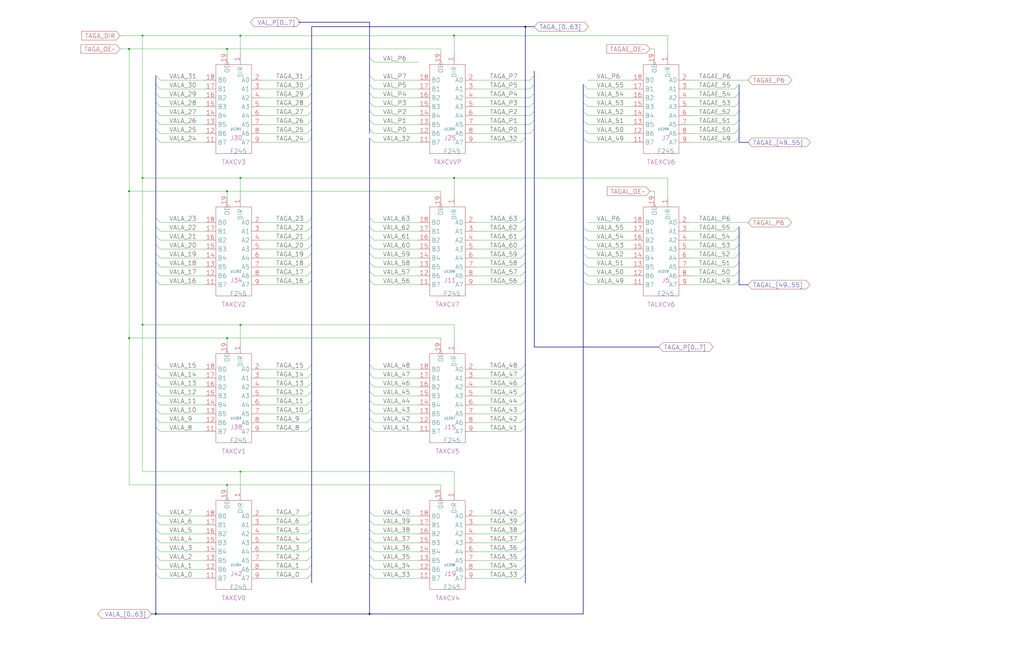
<source format=kicad_sch>
(kicad_sch (version 20250114) (generator "eeschema") (generator_version "9.0")
  (paper "User" 584.2 378.46)
  (title_block (title "TAG A RAMS\\nTRANCEIVERS") (date "08-MAR-90") (rev "0.0") (comment 1 "MEM32 BOARD") (comment 2 "232-003066") (comment 3 "S400") (comment 4 "RELEASED"))
  (lib_symbols
    (symbol "r1000:F245" (pin_names (offset 1.016))
      (property "Reference" "U" (at 2.54 5.08 0))
      (property "Value" "F245" (at -3.81 -7.62 0))
      (property "Location" "___" (at -1.27 0 0))
      (property "Name" "______" (at 3.81 -15.24 0))
      (symbol "F245_1_1"
        (rectangle (start -6.35 41.91) (end 13.97 -8.89))
        (circle (center 7.62 42.545) (radius 0.635))
        (pin bidirectional line (at -12.7 33.02 0) (length 6.35) (name "A0") (number "2"))
        (pin bidirectional line (at -12.7 27.94 0) (length 6.35) (name "A1") (number "3"))
        (pin bidirectional line (at -12.7 22.86 0) (length 6.35) (name "A2") (number "4"))
        (pin bidirectional line (at -12.7 17.78 0) (length 6.35) (name "A3") (number "5"))
        (pin bidirectional line (at -12.7 12.7 0) (length 6.35) (name "A4") (number "6"))
        (pin bidirectional line (at -12.7 7.62 0) (length 6.35) (name "A5") (number "7"))
        (pin bidirectional line (at -12.7 2.54 0) (length 6.35) (name "A6") (number "8"))
        (pin bidirectional line (at -12.7 -2.54 0) (length 6.35) (name "A7") (number "9"))
        (pin input line (at 0 48.26 270) (length 6.35) (name "DIR") (number "1"))
        (pin input line (at 7.62 48.26 270) (length 5.08) (name "OE") (number "19"))
        (pin bidirectional line (at 20.32 33.02 180) (length 6.35) (name "B0") (number "18"))
        (pin bidirectional line (at 20.32 27.94 180) (length 6.35) (name "B1") (number "17"))
        (pin bidirectional line (at 20.32 22.86 180) (length 6.35) (name "B2") (number "16"))
        (pin bidirectional line (at 20.32 17.78 180) (length 6.35) (name "B3") (number "15"))
        (pin bidirectional line (at 20.32 12.7 180) (length 6.35) (name "B4") (number "14"))
        (pin bidirectional line (at 20.32 7.62 180) (length 6.35) (name "B5") (number "13"))
        (pin bidirectional line (at 20.32 2.54 180) (length 6.35) (name "B6") (number "12"))
        (pin bidirectional line (at 20.32 -2.54 180) (length 6.35) (name "B7") (number "11"))
      )
    )
  )
  (junction (at 129.54 109.22))
  (junction (at 73.66 27.94))
  (junction (at 129.54 193.04))
  (junction (at 137.16 101.6))
  (junction (at 73.66 193.04))
  (junction (at 137.16 20.32))
  (junction (at 129.54 27.94))
  (junction (at 81.28 20.32))
  (junction (at 137.16 269.24))
  (junction (at 88.9 350.52))
  (junction (at 259.08 20.32))
  (junction (at 81.28 101.6))
  (junction (at 259.08 101.6))
  (junction (at 299.72 15.24))
  (junction (at 210.82 350.52))
  (junction (at 137.16 185.42))
  (junction (at 129.54 276.86))
  (junction (at 81.28 185.42))
  (junction (at 73.66 109.22))
  (bus_entry (at 210.82 160.02) (size 2.54 2.54))
  (bus_entry (at 88.9 139.7) (size 2.54 2.54))
  (bus_entry (at 88.9 53.34) (size 2.54 2.54))
  (bus_entry (at 332.74 63.5) (size 2.54 2.54))
  (bus_entry (at 88.9 218.44) (size 2.54 2.54))
  (bus_entry (at 299.72 144.78) (size -2.54 2.54))
  (bus_entry (at 304.8 53.34) (size -2.54 2.54))
  (bus_entry (at 332.74 149.86) (size 2.54 2.54))
  (bus_entry (at 299.72 233.68) (size -2.54 2.54))
  (bus_entry (at 88.9 292.1) (size 2.54 2.54))
  (bus_entry (at 88.9 48.26) (size 2.54 2.54))
  (bus_entry (at 299.72 134.62) (size -2.54 2.54))
  (bus_entry (at 421.64 139.7) (size -2.54 2.54))
  (bus_entry (at 421.64 73.66) (size -2.54 2.54))
  (bus_entry (at 299.72 149.86) (size -2.54 2.54))
  (bus_entry (at 299.72 312.42) (size -2.54 2.54))
  (bus_entry (at 177.8 322.58) (size -2.54 2.54))
  (bus_entry (at 304.8 63.5) (size -2.54 2.54))
  (bus_entry (at 210.82 307.34) (size 2.54 2.54))
  (bus_entry (at 421.64 68.58) (size -2.54 2.54))
  (bus_entry (at 177.8 218.44) (size -2.54 2.54))
  (bus_entry (at 210.82 312.42) (size 2.54 2.54))
  (bus_entry (at 299.72 297.18) (size -2.54 2.54))
  (bus_entry (at 88.9 243.84) (size 2.54 2.54))
  (bus_entry (at 88.9 238.76) (size 2.54 2.54))
  (bus_entry (at 210.82 238.76) (size 2.54 2.54))
  (bus_entry (at 421.64 63.5) (size -2.54 2.54))
  (bus_entry (at 177.8 233.68) (size -2.54 2.54))
  (bus_entry (at 210.82 78.74) (size 2.54 2.54))
  (bus_entry (at 88.9 43.18) (size 2.54 2.54))
  (bus_entry (at 177.8 68.58) (size -2.54 2.54))
  (bus_entry (at 299.72 160.02) (size -2.54 2.54))
  (bus_entry (at 88.9 63.5) (size 2.54 2.54))
  (bus_entry (at 177.8 134.62) (size -2.54 2.54))
  (bus_entry (at 332.74 53.34) (size 2.54 2.54))
  (bus_entry (at 210.82 327.66) (size 2.54 2.54))
  (bus_entry (at 304.8 48.26) (size -2.54 2.54))
  (bus_entry (at 88.9 297.18) (size 2.54 2.54))
  (bus_entry (at 210.82 58.42) (size 2.54 2.54))
  (bus_entry (at 88.9 58.42) (size 2.54 2.54))
  (bus_entry (at 177.8 53.34) (size -2.54 2.54))
  (bus_entry (at 177.8 58.42) (size -2.54 2.54))
  (bus_entry (at 332.74 139.7) (size 2.54 2.54))
  (bus_entry (at 210.82 297.18) (size 2.54 2.54))
  (bus_entry (at 177.8 297.18) (size -2.54 2.54))
  (bus_entry (at 210.82 33.02) (size 2.54 2.54))
  (bus_entry (at 332.74 78.74) (size 2.54 2.54))
  (bus_entry (at 177.8 63.5) (size -2.54 2.54))
  (bus_entry (at 421.64 58.42) (size -2.54 2.54))
  (bus_entry (at 177.8 243.84) (size -2.54 2.54))
  (bus_entry (at 304.8 58.42) (size -2.54 2.54))
  (bus_entry (at 210.82 154.94) (size 2.54 2.54))
  (bus_entry (at 210.82 43.18) (size 2.54 2.54))
  (bus_entry (at 299.72 292.1) (size -2.54 2.54))
  (bus_entry (at 177.8 223.52) (size -2.54 2.54))
  (bus_entry (at 299.72 124.46) (size -2.54 2.54))
  (bus_entry (at 299.72 129.54) (size -2.54 2.54))
  (bus_entry (at 210.82 48.26) (size 2.54 2.54))
  (bus_entry (at 177.8 144.78) (size -2.54 2.54))
  (bus_entry (at 88.9 68.58) (size 2.54 2.54))
  (bus_entry (at 177.8 307.34) (size -2.54 2.54))
  (bus_entry (at 88.9 302.26) (size 2.54 2.54))
  (bus_entry (at 88.9 129.54) (size 2.54 2.54))
  (bus_entry (at 332.74 134.62) (size 2.54 2.54))
  (bus_entry (at 299.72 238.76) (size -2.54 2.54))
  (bus_entry (at 332.74 144.78) (size 2.54 2.54))
  (bus_entry (at 177.8 78.74) (size -2.54 2.54))
  (bus_entry (at 177.8 139.7) (size -2.54 2.54))
  (bus_entry (at 88.9 73.66) (size 2.54 2.54))
  (bus_entry (at 421.64 78.74) (size -2.54 2.54))
  (bus_entry (at 177.8 160.02) (size -2.54 2.54))
  (bus_entry (at 177.8 124.46) (size -2.54 2.54))
  (bus_entry (at 88.9 228.6) (size 2.54 2.54))
  (bus_entry (at 88.9 322.58) (size 2.54 2.54))
  (bus_entry (at 332.74 154.94) (size 2.54 2.54))
  (bus_entry (at 210.82 243.84) (size 2.54 2.54))
  (bus_entry (at 210.82 208.28) (size 2.54 2.54))
  (bus_entry (at 177.8 327.66) (size -2.54 2.54))
  (bus_entry (at 177.8 213.36) (size -2.54 2.54))
  (bus_entry (at 210.82 233.68) (size 2.54 2.54))
  (bus_entry (at 88.9 233.68) (size 2.54 2.54))
  (bus_entry (at 421.64 48.26) (size -2.54 2.54))
  (bus_entry (at 421.64 144.78) (size -2.54 2.54))
  (bus_entry (at 332.74 129.54) (size 2.54 2.54))
  (bus_entry (at 299.72 213.36) (size -2.54 2.54))
  (bus_entry (at 88.9 160.02) (size 2.54 2.54))
  (bus_entry (at 177.8 238.76) (size -2.54 2.54))
  (bus_entry (at 177.8 228.6) (size -2.54 2.54))
  (bus_entry (at 210.82 53.34) (size 2.54 2.54))
  (bus_entry (at 88.9 312.42) (size 2.54 2.54))
  (bus_entry (at 421.64 129.54) (size -2.54 2.54))
  (bus_entry (at 299.72 139.7) (size -2.54 2.54))
  (bus_entry (at 210.82 129.54) (size 2.54 2.54))
  (bus_entry (at 88.9 144.78) (size 2.54 2.54))
  (bus_entry (at 210.82 302.26) (size 2.54 2.54))
  (bus_entry (at 177.8 154.94) (size -2.54 2.54))
  (bus_entry (at 177.8 302.26) (size -2.54 2.54))
  (bus_entry (at 299.72 208.28) (size -2.54 2.54))
  (bus_entry (at 304.8 68.58) (size -2.54 2.54))
  (bus_entry (at 299.72 307.34) (size -2.54 2.54))
  (bus_entry (at 332.74 48.26) (size 2.54 2.54))
  (bus_entry (at 177.8 312.42) (size -2.54 2.54))
  (bus_entry (at 332.74 58.42) (size 2.54 2.54))
  (bus_entry (at 299.72 317.5) (size -2.54 2.54))
  (bus_entry (at 210.82 68.58) (size 2.54 2.54))
  (bus_entry (at 421.64 53.34) (size -2.54 2.54))
  (bus_entry (at 88.9 149.86) (size 2.54 2.54))
  (bus_entry (at 177.8 43.18) (size -2.54 2.54))
  (bus_entry (at 177.8 292.1) (size -2.54 2.54))
  (bus_entry (at 332.74 73.66) (size 2.54 2.54))
  (bus_entry (at 177.8 317.5) (size -2.54 2.54))
  (bus_entry (at 421.64 154.94) (size -2.54 2.54))
  (bus_entry (at 299.72 243.84) (size -2.54 2.54))
  (bus_entry (at 177.8 208.28) (size -2.54 2.54))
  (bus_entry (at 210.82 317.5) (size 2.54 2.54))
  (bus_entry (at 421.64 160.02) (size -2.54 2.54))
  (bus_entry (at 210.82 292.1) (size 2.54 2.54))
  (bus_entry (at 299.72 218.44) (size -2.54 2.54))
  (bus_entry (at 210.82 149.86) (size 2.54 2.54))
  (bus_entry (at 88.9 327.66) (size 2.54 2.54))
  (bus_entry (at 210.82 139.7) (size 2.54 2.54))
  (bus_entry (at 88.9 154.94) (size 2.54 2.54))
  (bus_entry (at 299.72 228.6) (size -2.54 2.54))
  (bus_entry (at 421.64 149.86) (size -2.54 2.54))
  (bus_entry (at 88.9 317.5) (size 2.54 2.54))
  (bus_entry (at 210.82 228.6) (size 2.54 2.54))
  (bus_entry (at 421.64 134.62) (size -2.54 2.54))
  (bus_entry (at 332.74 68.58) (size 2.54 2.54))
  (bus_entry (at 299.72 223.52) (size -2.54 2.54))
  (bus_entry (at 304.8 73.66) (size -2.54 2.54))
  (bus_entry (at 177.8 73.66) (size -2.54 2.54))
  (bus_entry (at 299.72 322.58) (size -2.54 2.54))
  (bus_entry (at 210.82 218.44) (size 2.54 2.54))
  (bus_entry (at 88.9 213.36) (size 2.54 2.54))
  (bus_entry (at 210.82 322.58) (size 2.54 2.54))
  (bus_entry (at 210.82 134.62) (size 2.54 2.54))
  (bus_entry (at 177.8 149.86) (size -2.54 2.54))
  (bus_entry (at 210.82 223.52) (size 2.54 2.54))
  (bus_entry (at 88.9 78.74) (size 2.54 2.54))
  (bus_entry (at 210.82 144.78) (size 2.54 2.54))
  (bus_entry (at 332.74 160.02) (size 2.54 2.54))
  (bus_entry (at 304.8 43.18) (size -2.54 2.54))
  (bus_entry (at 210.82 124.46) (size 2.54 2.54))
  (bus_entry (at 299.72 302.26) (size -2.54 2.54))
  (bus_entry (at 299.72 327.66) (size -2.54 2.54))
  (bus_entry (at 210.82 73.66) (size 2.54 2.54))
  (bus_entry (at 210.82 213.36) (size 2.54 2.54))
  (bus_entry (at 88.9 208.28) (size 2.54 2.54))
  (bus_entry (at 88.9 124.46) (size 2.54 2.54))
  (bus_entry (at 210.82 63.5) (size 2.54 2.54))
  (bus_entry (at 88.9 223.52) (size 2.54 2.54))
  (bus_entry (at 177.8 129.54) (size -2.54 2.54))
  (bus_entry (at 299.72 78.74) (size -2.54 2.54))
  (bus_entry (at 299.72 154.94) (size -2.54 2.54))
  (bus_entry (at 177.8 48.26) (size -2.54 2.54))
  (bus_entry (at 88.9 134.62) (size 2.54 2.54))
  (bus_entry (at 88.9 307.34) (size 2.54 2.54))
  (wire (pts (xy 149.86 231.14) (xy 175.26 231.14)))
  (wire (pts (xy 149.86 76.2) (xy 175.26 76.2)))
  (bus (pts (xy 210.82 327.66) (xy 210.82 350.52)))
  (wire (pts (xy 73.66 193.04) (xy 129.54 193.04)))
  (wire (pts (xy 393.7 132.08) (xy 419.1 132.08)))
  (bus (pts (xy 177.8 154.94) (xy 177.8 160.02)))
  (wire (pts (xy 335.28 127) (xy 360.68 127)))
  (bus (pts (xy 332.74 78.74) (xy 332.74 129.54)))
  (bus (pts (xy 88.9 43.18) (xy 88.9 48.26)))
  (wire (pts (xy 91.44 71.12) (xy 116.84 71.12)))
  (wire (pts (xy 213.36 220.98) (xy 238.76 220.98)))
  (wire (pts (xy 81.28 185.42) (xy 81.28 269.24)))
  (wire (pts (xy 213.36 309.88) (xy 238.76 309.88)))
  (wire (pts (xy 91.44 152.4) (xy 116.84 152.4)))
  (wire (pts (xy 91.44 132.08) (xy 116.84 132.08)))
  (wire (pts (xy 149.86 66.04) (xy 175.26 66.04)))
  (bus (pts (xy 177.8 68.58) (xy 177.8 73.66)))
  (wire (pts (xy 271.78 157.48) (xy 297.18 157.48)))
  (bus (pts (xy 299.72 243.84) (xy 299.72 292.1)))
  (wire (pts (xy 393.7 45.72) (xy 426.72 45.72)))
  (bus (pts (xy 421.64 63.5) (xy 421.64 68.58)))
  (bus (pts (xy 177.8 124.46) (xy 177.8 129.54)))
  (wire (pts (xy 393.7 81.28) (xy 419.1 81.28)))
  (wire (pts (xy 149.86 162.56) (xy 175.26 162.56)))
  (bus (pts (xy 210.82 312.42) (xy 210.82 317.5)))
  (bus (pts (xy 177.8 208.28) (xy 177.8 213.36)))
  (wire (pts (xy 137.16 20.32) (xy 137.16 30.48)))
  (bus (pts (xy 88.9 53.34) (xy 88.9 58.42)))
  (wire (pts (xy 271.78 76.2) (xy 302.26 76.2)))
  (wire (pts (xy 271.78 55.88) (xy 302.26 55.88)))
  (bus (pts (xy 210.82 73.66) (xy 210.82 76.2)))
  (bus (pts (xy 177.8 228.6) (xy 177.8 233.68)))
  (bus (pts (xy 177.8 58.42) (xy 177.8 63.5)))
  (bus (pts (xy 421.64 78.74) (xy 421.64 81.28)))
  (wire (pts (xy 370.84 109.22) (xy 373.38 109.22)))
  (wire (pts (xy 137.16 269.24) (xy 259.08 269.24)))
  (wire (pts (xy 149.86 55.88) (xy 175.26 55.88)))
  (wire (pts (xy 129.54 109.22) (xy 129.54 111.76)))
  (bus (pts (xy 88.9 63.5) (xy 88.9 68.58)))
  (wire (pts (xy 271.78 142.24) (xy 297.18 142.24)))
  (wire (pts (xy 213.36 55.88) (xy 238.76 55.88)))
  (bus (pts (xy 421.64 129.54) (xy 421.64 134.62)))
  (bus (pts (xy 299.72 233.68) (xy 299.72 238.76)))
  (wire (pts (xy 149.86 127) (xy 175.26 127)))
  (bus (pts (xy 88.9 154.94) (xy 88.9 160.02)))
  (bus (pts (xy 299.72 208.28) (xy 299.72 213.36)))
  (bus (pts (xy 210.82 129.54) (xy 210.82 134.62)))
  (wire (pts (xy 271.78 81.28) (xy 297.18 81.28)))
  (wire (pts (xy 373.38 27.94) (xy 373.38 30.48)))
  (bus (pts (xy 210.82 149.86) (xy 210.82 154.94)))
  (bus (pts (xy 86.36 350.52) (xy 88.9 350.52)))
  (wire (pts (xy 149.86 215.9) (xy 175.26 215.9)))
  (wire (pts (xy 81.28 101.6) (xy 81.28 185.42)))
  (bus (pts (xy 299.72 218.44) (xy 299.72 223.52)))
  (bus (pts (xy 299.72 154.94) (xy 299.72 160.02)))
  (bus (pts (xy 88.9 297.18) (xy 88.9 302.26)))
  (bus (pts (xy 304.8 58.42) (xy 304.8 63.5)))
  (bus (pts (xy 421.64 73.66) (xy 421.64 78.74)))
  (bus (pts (xy 299.72 292.1) (xy 299.72 297.18)))
  (bus (pts (xy 299.72 160.02) (xy 299.72 208.28)))
  (bus (pts (xy 177.8 312.42) (xy 177.8 317.5)))
  (bus (pts (xy 299.72 15.24) (xy 304.8 15.24)))
  (wire (pts (xy 213.36 142.24) (xy 238.76 142.24)))
  (bus (pts (xy 177.8 15.24) (xy 299.72 15.24)))
  (bus (pts (xy 88.9 68.58) (xy 88.9 73.66)))
  (wire (pts (xy 335.28 137.16) (xy 360.68 137.16)))
  (bus (pts (xy 299.72 307.34) (xy 299.72 312.42)))
  (bus (pts (xy 299.72 129.54) (xy 299.72 134.62)))
  (bus (pts (xy 299.72 144.78) (xy 299.72 149.86)))
  (wire (pts (xy 271.78 231.14) (xy 297.18 231.14)))
  (wire (pts (xy 91.44 137.16) (xy 116.84 137.16)))
  (wire (pts (xy 91.44 304.8) (xy 116.84 304.8)))
  (wire (pts (xy 73.66 276.86) (xy 73.66 193.04)))
  (bus (pts (xy 332.74 53.34) (xy 332.74 58.42)))
  (bus (pts (xy 210.82 317.5) (xy 210.82 322.58)))
  (bus (pts (xy 210.82 139.7) (xy 210.82 144.78)))
  (bus (pts (xy 177.8 223.52) (xy 177.8 228.6)))
  (bus (pts (xy 299.72 238.76) (xy 299.72 243.84)))
  (bus (pts (xy 210.82 292.1) (xy 210.82 297.18)))
  (wire (pts (xy 393.7 60.96) (xy 419.1 60.96)))
  (wire (pts (xy 259.08 101.6) (xy 259.08 111.76)))
  (wire (pts (xy 91.44 299.72) (xy 116.84 299.72)))
  (bus (pts (xy 304.8 68.58) (xy 304.8 73.66)))
  (bus (pts (xy 299.72 317.5) (xy 299.72 322.58)))
  (bus (pts (xy 88.9 228.6) (xy 88.9 233.68)))
  (wire (pts (xy 393.7 152.4) (xy 419.1 152.4)))
  (bus (pts (xy 177.8 218.44) (xy 177.8 223.52)))
  (wire (pts (xy 149.86 220.98) (xy 175.26 220.98)))
  (wire (pts (xy 213.36 215.9) (xy 238.76 215.9)))
  (wire (pts (xy 149.86 147.32) (xy 175.26 147.32)))
  (bus (pts (xy 332.74 160.02) (xy 332.74 350.52)))
  (wire (pts (xy 393.7 127) (xy 426.72 127)))
  (wire (pts (xy 335.28 162.56) (xy 360.68 162.56)))
  (bus (pts (xy 210.82 33.02) (xy 210.82 43.18)))
  (wire (pts (xy 271.78 299.72) (xy 297.18 299.72)))
  (wire (pts (xy 91.44 215.9) (xy 116.84 215.9)))
  (bus (pts (xy 177.8 78.74) (xy 177.8 124.46)))
  (wire (pts (xy 213.36 127) (xy 238.76 127)))
  (wire (pts (xy 149.86 314.96) (xy 175.26 314.96)))
  (wire (pts (xy 393.7 71.12) (xy 419.1 71.12)))
  (bus (pts (xy 210.82 124.46) (xy 210.82 129.54)))
  (wire (pts (xy 259.08 269.24) (xy 259.08 279.4)))
  (wire (pts (xy 213.36 236.22) (xy 238.76 236.22)))
  (wire (pts (xy 213.36 81.28) (xy 238.76 81.28)))
  (wire (pts (xy 213.36 246.38) (xy 238.76 246.38)))
  (wire (pts (xy 271.78 162.56) (xy 297.18 162.56)))
  (bus (pts (xy 210.82 68.58) (xy 210.82 73.66)))
  (bus (pts (xy 177.8 129.54) (xy 177.8 134.62)))
  (wire (pts (xy 271.78 330.2) (xy 297.18 330.2)))
  (bus (pts (xy 299.72 327.66) (xy 299.72 332.74)))
  (wire (pts (xy 271.78 137.16) (xy 297.18 137.16)))
  (bus (pts (xy 421.64 154.94) (xy 421.64 160.02)))
  (bus (pts (xy 210.82 243.84) (xy 210.82 292.1)))
  (wire (pts (xy 149.86 132.08) (xy 175.26 132.08)))
  (bus (pts (xy 421.64 139.7) (xy 421.64 144.78)))
  (bus (pts (xy 88.9 223.52) (xy 88.9 228.6)))
  (wire (pts (xy 259.08 185.42) (xy 259.08 195.58)))
  (bus (pts (xy 88.9 238.76) (xy 88.9 243.84)))
  (bus (pts (xy 332.74 149.86) (xy 332.74 154.94)))
  (wire (pts (xy 381 101.6) (xy 381 111.76)))
  (wire (pts (xy 149.86 299.72) (xy 175.26 299.72)))
  (wire (pts (xy 335.28 76.2) (xy 360.68 76.2)))
  (wire (pts (xy 73.66 27.94) (xy 129.54 27.94)))
  (bus (pts (xy 304.8 43.18) (xy 304.8 48.26)))
  (wire (pts (xy 91.44 55.88) (xy 116.84 55.88)))
  (bus (pts (xy 88.9 48.26) (xy 88.9 53.34)))
  (wire (pts (xy 259.08 20.32) (xy 137.16 20.32)))
  (wire (pts (xy 393.7 162.56) (xy 419.1 162.56)))
  (wire (pts (xy 271.78 152.4) (xy 297.18 152.4)))
  (bus (pts (xy 332.74 73.66) (xy 332.74 78.74)))
  (wire (pts (xy 271.78 132.08) (xy 297.18 132.08)))
  (bus (pts (xy 210.82 160.02) (xy 210.82 208.28)))
  (bus (pts (xy 421.64 162.56) (xy 426.72 162.56)))
  (wire (pts (xy 91.44 60.96) (xy 116.84 60.96)))
  (wire (pts (xy 91.44 226.06) (xy 116.84 226.06)))
  (bus (pts (xy 299.72 15.24) (xy 299.72 78.74)))
  (bus (pts (xy 299.72 213.36) (xy 299.72 218.44)))
  (wire (pts (xy 81.28 20.32) (xy 81.28 101.6)))
  (wire (pts (xy 149.86 45.72) (xy 175.26 45.72)))
  (wire (pts (xy 91.44 330.2) (xy 116.84 330.2)))
  (bus (pts (xy 170.18 12.7) (xy 210.82 12.7)))
  (bus (pts (xy 88.9 327.66) (xy 88.9 350.52)))
  (bus (pts (xy 88.9 218.44) (xy 88.9 223.52)))
  (bus (pts (xy 177.8 48.26) (xy 177.8 53.34)))
  (wire (pts (xy 149.86 137.16) (xy 175.26 137.16)))
  (wire (pts (xy 149.86 241.3) (xy 175.26 241.3)))
  (bus (pts (xy 88.9 312.42) (xy 88.9 317.5)))
  (wire (pts (xy 149.86 294.64) (xy 175.26 294.64)))
  (wire (pts (xy 149.86 71.12) (xy 175.26 71.12)))
  (bus (pts (xy 177.8 134.62) (xy 177.8 139.7)))
  (wire (pts (xy 370.84 27.94) (xy 373.38 27.94)))
  (bus (pts (xy 299.72 139.7) (xy 299.72 144.78)))
  (wire (pts (xy 91.44 45.72) (xy 116.84 45.72)))
  (wire (pts (xy 271.78 66.04) (xy 302.26 66.04)))
  (bus (pts (xy 177.8 149.86) (xy 177.8 154.94)))
  (bus (pts (xy 210.82 58.42) (xy 210.82 63.5)))
  (wire (pts (xy 259.08 101.6) (xy 137.16 101.6)))
  (wire (pts (xy 91.44 314.96) (xy 116.84 314.96)))
  (bus (pts (xy 210.82 213.36) (xy 210.82 218.44)))
  (bus (pts (xy 210.82 53.34) (xy 210.82 58.42)))
  (wire (pts (xy 129.54 193.04) (xy 129.54 195.58)))
  (wire (pts (xy 129.54 109.22) (xy 251.46 109.22)))
  (bus (pts (xy 304.8 53.34) (xy 304.8 58.42)))
  (wire (pts (xy 335.28 157.48) (xy 360.68 157.48)))
  (bus (pts (xy 88.9 213.36) (xy 88.9 218.44)))
  (wire (pts (xy 271.78 314.96) (xy 297.18 314.96)))
  (wire (pts (xy 91.44 320.04) (xy 116.84 320.04)))
  (wire (pts (xy 271.78 215.9) (xy 297.18 215.9)))
  (wire (pts (xy 213.36 162.56) (xy 238.76 162.56)))
  (bus (pts (xy 210.82 228.6) (xy 210.82 233.68)))
  (wire (pts (xy 271.78 226.06) (xy 297.18 226.06)))
  (bus (pts (xy 177.8 317.5) (xy 177.8 322.58)))
  (bus (pts (xy 210.82 297.18) (xy 210.82 302.26)))
  (wire (pts (xy 213.36 66.04) (xy 238.76 66.04)))
  (bus (pts (xy 88.9 149.86) (xy 88.9 154.94)))
  (wire (pts (xy 149.86 142.24) (xy 175.26 142.24)))
  (wire (pts (xy 213.36 60.96) (xy 238.76 60.96)))
  (bus (pts (xy 299.72 297.18) (xy 299.72 302.26)))
  (wire (pts (xy 73.66 109.22) (xy 73.66 27.94)))
  (wire (pts (xy 251.46 276.86) (xy 251.46 279.4)))
  (wire (pts (xy 213.36 152.4) (xy 238.76 152.4)))
  (wire (pts (xy 271.78 309.88) (xy 297.18 309.88)))
  (bus (pts (xy 210.82 43.18) (xy 210.82 48.26)))
  (wire (pts (xy 149.86 50.8) (xy 175.26 50.8)))
  (wire (pts (xy 213.36 35.56) (xy 238.76 35.56)))
  (wire (pts (xy 91.44 66.04) (xy 116.84 66.04)))
  (bus (pts (xy 177.8 73.66) (xy 177.8 78.74)))
  (bus (pts (xy 332.74 144.78) (xy 332.74 149.86)))
  (bus (pts (xy 88.9 73.66) (xy 88.9 78.74)))
  (wire (pts (xy 137.16 269.24) (xy 137.16 279.4)))
  (wire (pts (xy 68.58 20.32) (xy 81.28 20.32)))
  (wire (pts (xy 149.86 330.2) (xy 175.26 330.2)))
  (bus (pts (xy 177.8 160.02) (xy 177.8 208.28)))
  (wire (pts (xy 213.36 294.64) (xy 238.76 294.64)))
  (wire (pts (xy 129.54 276.86) (xy 129.54 279.4)))
  (bus (pts (xy 299.72 223.52) (xy 299.72 228.6)))
  (wire (pts (xy 335.28 50.8) (xy 360.68 50.8)))
  (wire (pts (xy 271.78 220.98) (xy 297.18 220.98)))
  (wire (pts (xy 213.36 226.06) (xy 238.76 226.06)))
  (wire (pts (xy 73.66 109.22) (xy 129.54 109.22)))
  (wire (pts (xy 149.86 60.96) (xy 175.26 60.96)))
  (wire (pts (xy 149.86 304.8) (xy 175.26 304.8)))
  (wire (pts (xy 213.36 314.96) (xy 238.76 314.96)))
  (wire (pts (xy 91.44 325.12) (xy 116.84 325.12)))
  (wire (pts (xy 81.28 269.24) (xy 137.16 269.24)))
  (bus (pts (xy 177.8 238.76) (xy 177.8 243.84)))
  (wire (pts (xy 81.28 185.42) (xy 137.16 185.42)))
  (bus (pts (xy 177.8 292.1) (xy 177.8 297.18)))
  (wire (pts (xy 149.86 81.28) (xy 175.26 81.28)))
  (wire (pts (xy 393.7 50.8) (xy 419.1 50.8)))
  (bus (pts (xy 88.9 322.58) (xy 88.9 327.66)))
  (wire (pts (xy 393.7 66.04) (xy 419.1 66.04)))
  (bus (pts (xy 210.82 302.26) (xy 210.82 307.34)))
  (bus (pts (xy 177.8 243.84) (xy 177.8 292.1)))
  (wire (pts (xy 137.16 101.6) (xy 81.28 101.6)))
  (wire (pts (xy 393.7 142.24) (xy 419.1 142.24)))
  (wire (pts (xy 335.28 142.24) (xy 360.68 142.24)))
  (bus (pts (xy 210.82 154.94) (xy 210.82 160.02)))
  (wire (pts (xy 129.54 27.94) (xy 251.46 27.94)))
  (wire (pts (xy 213.36 157.48) (xy 238.76 157.48)))
  (wire (pts (xy 129.54 193.04) (xy 251.46 193.04)))
  (bus (pts (xy 332.74 154.94) (xy 332.74 160.02)))
  (bus (pts (xy 88.9 58.42) (xy 88.9 63.5)))
  (wire (pts (xy 149.86 157.48) (xy 175.26 157.48)))
  (wire (pts (xy 213.36 304.8) (xy 238.76 304.8)))
  (wire (pts (xy 137.16 185.42) (xy 259.08 185.42)))
  (wire (pts (xy 393.7 55.88) (xy 419.1 55.88)))
  (wire (pts (xy 271.78 127) (xy 297.18 127)))
  (wire (pts (xy 251.46 276.86) (xy 129.54 276.86)))
  (wire (pts (xy 91.44 241.3) (xy 116.84 241.3)))
  (bus (pts (xy 421.64 68.58) (xy 421.64 73.66)))
  (bus (pts (xy 304.8 73.66) (xy 304.8 198.12)))
  (bus (pts (xy 88.9 307.34) (xy 88.9 312.42)))
  (bus (pts (xy 299.72 228.6) (xy 299.72 233.68)))
  (bus (pts (xy 88.9 350.52) (xy 210.82 350.52)))
  (bus (pts (xy 177.8 302.26) (xy 177.8 307.34)))
  (wire (pts (xy 335.28 152.4) (xy 360.68 152.4)))
  (wire (pts (xy 149.86 226.06) (xy 175.26 226.06)))
  (bus (pts (xy 88.9 317.5) (xy 88.9 322.58)))
  (wire (pts (xy 149.86 325.12) (xy 175.26 325.12)))
  (wire (pts (xy 91.44 50.8) (xy 116.84 50.8)))
  (bus (pts (xy 177.8 43.18) (xy 177.8 48.26)))
  (wire (pts (xy 271.78 304.8) (xy 297.18 304.8)))
  (bus (pts (xy 88.9 139.7) (xy 88.9 144.78)))
  (bus (pts (xy 177.8 213.36) (xy 177.8 218.44)))
  (wire (pts (xy 91.44 309.88) (xy 116.84 309.88)))
  (bus (pts (xy 332.74 48.26) (xy 332.74 53.34)))
  (bus (pts (xy 210.82 12.7) (xy 210.82 33.02)))
  (wire (pts (xy 393.7 76.2) (xy 419.1 76.2)))
  (wire (pts (xy 213.36 137.16) (xy 238.76 137.16)))
  (bus (pts (xy 332.74 139.7) (xy 332.74 144.78)))
  (wire (pts (xy 91.44 210.82) (xy 116.84 210.82)))
  (bus (pts (xy 177.8 322.58) (xy 177.8 327.66)))
  (wire (pts (xy 137.16 185.42) (xy 137.16 195.58)))
  (bus (pts (xy 210.82 78.74) (xy 210.82 124.46)))
  (wire (pts (xy 149.86 152.4) (xy 175.26 152.4)))
  (wire (pts (xy 149.86 246.38) (xy 175.26 246.38)))
  (bus (pts (xy 299.72 302.26) (xy 299.72 307.34)))
  (wire (pts (xy 68.58 27.94) (xy 73.66 27.94)))
  (wire (pts (xy 91.44 76.2) (xy 116.84 76.2)))
  (wire (pts (xy 271.78 294.64) (xy 297.18 294.64)))
  (wire (pts (xy 137.16 101.6) (xy 137.16 111.76)))
  (bus (pts (xy 299.72 134.62) (xy 299.72 139.7)))
  (wire (pts (xy 251.46 109.22) (xy 251.46 111.76)))
  (bus (pts (xy 299.72 322.58) (xy 299.72 327.66)))
  (wire (pts (xy 91.44 147.32) (xy 116.84 147.32)))
  (wire (pts (xy 91.44 236.22) (xy 116.84 236.22)))
  (bus (pts (xy 299.72 149.86) (xy 299.72 154.94)))
  (wire (pts (xy 251.46 193.04) (xy 251.46 195.58)))
  (bus (pts (xy 210.82 223.52) (xy 210.82 228.6)))
  (wire (pts (xy 335.28 60.96) (xy 360.68 60.96)))
  (bus (pts (xy 177.8 297.18) (xy 177.8 302.26)))
  (bus (pts (xy 88.9 208.28) (xy 88.9 213.36)))
  (bus (pts (xy 332.74 58.42) (xy 332.74 63.5)))
  (bus (pts (xy 210.82 238.76) (xy 210.82 243.84)))
  (bus (pts (xy 421.64 48.26) (xy 421.64 53.34)))
  (wire (pts (xy 91.44 220.98) (xy 116.84 220.98)))
  (wire (pts (xy 213.36 210.82) (xy 238.76 210.82)))
  (wire (pts (xy 213.36 330.2) (xy 238.76 330.2)))
  (bus (pts (xy 88.9 160.02) (xy 88.9 208.28)))
  (wire (pts (xy 393.7 137.16) (xy 419.1 137.16)))
  (wire (pts (xy 213.36 50.8) (xy 238.76 50.8)))
  (wire (pts (xy 213.36 76.2) (xy 238.76 76.2)))
  (bus (pts (xy 177.8 53.34) (xy 177.8 58.42)))
  (bus (pts (xy 299.72 124.46) (xy 299.72 129.54)))
  (wire (pts (xy 149.86 236.22) (xy 175.26 236.22)))
  (wire (pts (xy 213.36 147.32) (xy 238.76 147.32)))
  (bus (pts (xy 299.72 312.42) (xy 299.72 317.5)))
  (wire (pts (xy 335.28 132.08) (xy 360.68 132.08)))
  (wire (pts (xy 271.78 60.96) (xy 302.26 60.96)))
  (bus (pts (xy 304.8 40.64) (xy 304.8 43.18)))
  (wire (pts (xy 335.28 81.28) (xy 360.68 81.28)))
  (wire (pts (xy 149.86 309.88) (xy 175.26 309.88)))
  (bus (pts (xy 210.82 134.62) (xy 210.82 139.7)))
  (wire (pts (xy 381 20.32) (xy 381 30.48)))
  (bus (pts (xy 210.82 63.5) (xy 210.82 68.58)))
  (wire (pts (xy 91.44 142.24) (xy 116.84 142.24)))
  (bus (pts (xy 210.82 307.34) (xy 210.82 312.42)))
  (wire (pts (xy 213.36 45.72) (xy 238.76 45.72)))
  (bus (pts (xy 304.8 198.12) (xy 375.92 198.12)))
  (bus (pts (xy 210.82 208.28) (xy 210.82 213.36)))
  (wire (pts (xy 91.44 231.14) (xy 116.84 231.14)))
  (bus (pts (xy 88.9 292.1) (xy 88.9 297.18)))
  (bus (pts (xy 421.64 134.62) (xy 421.64 139.7)))
  (wire (pts (xy 259.08 20.32) (xy 259.08 30.48)))
  (wire (pts (xy 251.46 27.94) (xy 251.46 30.48)))
  (bus (pts (xy 421.64 149.86) (xy 421.64 154.94)))
  (bus (pts (xy 177.8 233.68) (xy 177.8 238.76)))
  (bus (pts (xy 88.9 129.54) (xy 88.9 134.62)))
  (wire (pts (xy 91.44 157.48) (xy 116.84 157.48)))
  (bus (pts (xy 177.8 15.24) (xy 177.8 43.18)))
  (wire (pts (xy 271.78 241.3) (xy 297.18 241.3)))
  (wire (pts (xy 271.78 147.32) (xy 297.18 147.32)))
  (bus (pts (xy 177.8 63.5) (xy 177.8 68.58)))
  (wire (pts (xy 213.36 71.12) (xy 238.76 71.12)))
  (wire (pts (xy 213.36 325.12) (xy 238.76 325.12)))
  (wire (pts (xy 271.78 246.38) (xy 297.18 246.38)))
  (bus (pts (xy 88.9 302.26) (xy 88.9 307.34)))
  (wire (pts (xy 271.78 236.22) (xy 297.18 236.22)))
  (bus (pts (xy 210.82 48.26) (xy 210.82 53.34)))
  (wire (pts (xy 129.54 27.94) (xy 129.54 30.48)))
  (wire (pts (xy 335.28 55.88) (xy 360.68 55.88)))
  (wire (pts (xy 271.78 325.12) (xy 297.18 325.12)))
  (wire (pts (xy 335.28 147.32) (xy 360.68 147.32)))
  (wire (pts (xy 91.44 127) (xy 116.84 127)))
  (bus (pts (xy 210.82 233.68) (xy 210.82 238.76)))
  (wire (pts (xy 393.7 157.48) (xy 419.1 157.48)))
  (wire (pts (xy 381 101.6) (xy 259.08 101.6)))
  (bus (pts (xy 88.9 134.62) (xy 88.9 139.7)))
  (wire (pts (xy 213.36 320.04) (xy 238.76 320.04)))
  (wire (pts (xy 271.78 50.8) (xy 302.26 50.8)))
  (wire (pts (xy 137.16 20.32) (xy 81.28 20.32)))
  (bus (pts (xy 210.82 218.44) (xy 210.82 223.52)))
  (wire (pts (xy 335.28 66.04) (xy 360.68 66.04)))
  (bus (pts (xy 210.82 144.78) (xy 210.82 149.86)))
  (wire (pts (xy 213.36 241.3) (xy 238.76 241.3)))
  (wire (pts (xy 393.7 147.32) (xy 419.1 147.32)))
  (wire (pts (xy 91.44 162.56) (xy 116.84 162.56)))
  (wire (pts (xy 213.36 231.14) (xy 238.76 231.14)))
  (bus (pts (xy 88.9 78.74) (xy 88.9 124.46)))
  (wire (pts (xy 91.44 246.38) (xy 116.84 246.38)))
  (bus (pts (xy 304.8 63.5) (xy 304.8 68.58)))
  (bus (pts (xy 421.64 160.02) (xy 421.64 162.56)))
  (bus (pts (xy 332.74 350.52) (xy 210.82 350.52)))
  (bus (pts (xy 88.9 144.78) (xy 88.9 149.86)))
  (bus (pts (xy 88.9 233.68) (xy 88.9 238.76)))
  (bus (pts (xy 332.74 68.58) (xy 332.74 73.66)))
  (wire (pts (xy 271.78 320.04) (xy 297.18 320.04)))
  (bus (pts (xy 177.8 307.34) (xy 177.8 312.42)))
  (wire (pts (xy 213.36 299.72) (xy 238.76 299.72)))
  (wire (pts (xy 213.36 132.08) (xy 238.76 132.08)))
  (bus (pts (xy 332.74 63.5) (xy 332.74 68.58)))
  (bus (pts (xy 304.8 48.26) (xy 304.8 53.34)))
  (bus (pts (xy 177.8 139.7) (xy 177.8 144.78)))
  (wire (pts (xy 129.54 276.86) (xy 73.66 276.86)))
  (wire (pts (xy 91.44 294.64) (xy 116.84 294.64)))
  (wire (pts (xy 271.78 71.12) (xy 302.26 71.12)))
  (bus (pts (xy 210.82 322.58) (xy 210.82 327.66)))
  (bus (pts (xy 88.9 124.46) (xy 88.9 129.54)))
  (bus (pts (xy 421.64 81.28) (xy 426.72 81.28)))
  (wire (pts (xy 271.78 210.82) (xy 297.18 210.82)))
  (wire (pts (xy 149.86 320.04) (xy 175.26 320.04)))
  (bus (pts (xy 299.72 78.74) (xy 299.72 124.46)))
  (bus (pts (xy 177.8 327.66) (xy 177.8 332.74)))
  (wire (pts (xy 271.78 45.72) (xy 302.26 45.72)))
  (wire (pts (xy 149.86 210.82) (xy 175.26 210.82)))
  (bus (pts (xy 421.64 53.34) (xy 421.64 58.42)))
  (wire (pts (xy 91.44 81.28) (xy 116.84 81.28)))
  (bus (pts (xy 421.64 58.42) (xy 421.64 63.5)))
  (bus (pts (xy 332.74 129.54) (xy 332.74 134.62)))
  (wire (pts (xy 373.38 109.22) (xy 373.38 111.76)))
  (bus (pts (xy 332.74 134.62) (xy 332.74 139.7)))
  (wire (pts (xy 73.66 193.04) (xy 73.66 109.22)))
  (bus (pts (xy 177.8 144.78) (xy 177.8 149.86)))
  (bus (pts (xy 421.64 144.78) (xy 421.64 149.86)))
  (bus (pts (xy 88.9 243.84) (xy 88.9 292.1)))
  (wire (pts (xy 335.28 71.12) (xy 360.68 71.12)))
  (wire (pts (xy 335.28 45.72) (xy 360.68 45.72)))
  (wire (pts (xy 259.08 20.32) (xy 381 20.32)))
  (label "VALA_51" (at 340.36 152.4 0) (effects (font (size 2.54 2.54))))
  (label "VALA_20" (at 96.52 142.24 0) (effects (font (size 2.54 2.54))))
  (label "VALA_7" (at 96.52 294.64 0) (effects (font (size 2.54 2.54))))
  (label "VALA_8" (at 96.52 246.38 0) (effects (font (size 2.54 2.54))))
  (label "VAL_P6" (at 218.44 35.56 0) (effects (font (size 2.54 2.54))))
  (label "TAGAE_55" (at 398.78 50.8 0) (effects (font (size 2.54 2.54))))
  (label "VALA_13" (at 96.52 220.98 0) (effects (font (size 2.54 2.54))))
  (label "TAGA_0" (at 157.48 330.2 0) (effects (font (size 2.54 2.54))))
  (label "TAGA_45" (at 279.4 226.06 0) (effects (font (size 2.54 2.54))))
  (label "VALA_30" (at 96.52 50.8 0) (effects (font (size 2.54 2.54))))
  (label "VALA_16" (at 96.52 162.56 0) (effects (font (size 2.54 2.54))))
  (label "TAGA_62" (at 279.4 132.08 0) (effects (font (size 2.54 2.54))))
  (label "TAGA_32" (at 279.4 81.28 0) (effects (font (size 2.54 2.54))))
  (label "TAGA_41" (at 279.4 246.38 0) (effects (font (size 2.54 2.54))))
  (label "TAGA_6" (at 157.48 299.72 0) (effects (font (size 2.54 2.54))))
  (label "VALA_54" (at 340.36 55.88 0) (effects (font (size 2.54 2.54))))
  (label "TAGAL_49" (at 398.78 162.56 0) (effects (font (size 2.54 2.54))))
  (label "VALA_33" (at 218.44 330.2 0) (effects (font (size 2.54 2.54))))
  (label "VALA_49" (at 340.36 81.28 0) (effects (font (size 2.54 2.54))))
  (label "TAGA_28" (at 157.48 60.96 0) (effects (font (size 2.54 2.54))))
  (label "VALA_31" (at 96.52 45.72 0) (effects (font (size 2.54 2.54))))
  (label "VALA_52" (at 340.36 66.04 0) (effects (font (size 2.54 2.54))))
  (label "TAGA_39" (at 279.4 299.72 0) (effects (font (size 2.54 2.54))))
  (label "VALA_17" (at 96.52 157.48 0) (effects (font (size 2.54 2.54))))
  (label "VALA_40" (at 218.44 294.64 0) (effects (font (size 2.54 2.54))))
  (label "VALA_15" (at 96.52 210.82 0) (effects (font (size 2.54 2.54))))
  (label "TAGA_19" (at 157.48 147.32 0) (effects (font (size 2.54 2.54))))
  (label "VALA_44" (at 218.44 231.14 0) (effects (font (size 2.54 2.54))))
  (label "TAGA_21" (at 157.48 137.16 0) (effects (font (size 2.54 2.54))))
  (label "TAGAL_52" (at 398.78 147.32 0) (effects (font (size 2.54 2.54))))
  (label "VALA_27" (at 96.52 66.04 0) (effects (font (size 2.54 2.54))))
  (label "VALA_49" (at 340.36 162.56 0) (effects (font (size 2.54 2.54))))
  (label "TAGA_58" (at 279.4 152.4 0) (effects (font (size 2.54 2.54))))
  (label "VAL_P2" (at 218.44 66.04 0) (effects (font (size 2.54 2.54))))
  (label "TAGA_33" (at 279.4 330.2 0) (effects (font (size 2.54 2.54))))
  (label "TAGA_57" (at 279.4 157.48 0) (effects (font (size 2.54 2.54))))
  (label "TAGA_40" (at 279.4 294.64 0) (effects (font (size 2.54 2.54))))
  (label "VALA_59" (at 218.44 147.32 0) (effects (font (size 2.54 2.54))))
  (label "VALA_46" (at 218.44 220.98 0) (effects (font (size 2.54 2.54))))
  (label "TAGA_7" (at 157.48 294.64 0) (effects (font (size 2.54 2.54))))
  (label "VALA_23" (at 96.52 127 0) (effects (font (size 2.54 2.54))))
  (label "VAL_P5" (at 218.44 50.8 0) (effects (font (size 2.54 2.54))))
  (label "VALA_24" (at 96.52 81.28 0) (effects (font (size 2.54 2.54))))
  (label "TAGA_24" (at 157.48 81.28 0) (effects (font (size 2.54 2.54))))
  (label "VALA_18" (at 96.52 152.4 0) (effects (font (size 2.54 2.54))))
  (label "VALA_32" (at 218.44 81.28 0) (effects (font (size 2.54 2.54))))
  (label "TAGA_37" (at 279.4 309.88 0) (effects (font (size 2.54 2.54))))
  (label "VAL_P1" (at 218.44 71.12 0) (effects (font (size 2.54 2.54))))
  (label "VALA_29" (at 96.52 55.88 0) (effects (font (size 2.54 2.54))))
  (label "TAGA_38" (at 279.4 304.8 0) (effects (font (size 2.54 2.54))))
  (label "TAGA_2" (at 157.48 320.04 0) (effects (font (size 2.54 2.54))))
  (label "VALA_6" (at 96.52 299.72 0) (effects (font (size 2.54 2.54))))
  (label "TAGA_P1" (at 279.4 71.12 0) (effects (font (size 2.54 2.54))))
  (label "TAGA_15" (at 157.48 210.82 0) (effects (font (size 2.54 2.54))))
  (label "VALA_48" (at 218.44 210.82 0) (effects (font (size 2.54 2.54))))
  (label "VAL_P6" (at 340.36 45.72 0) (effects (font (size 2.54 2.54))))
  (label "TAGA_30" (at 157.48 50.8 0) (effects (font (size 2.54 2.54))))
  (label "TAGA_13" (at 157.48 220.98 0) (effects (font (size 2.54 2.54))))
  (label "VALA_39" (at 218.44 299.72 0) (effects (font (size 2.54 2.54))))
  (label "TAGAL_P6" (at 398.78 127 0) (effects (font (size 2.54 2.54))))
  (label "TAGA_20" (at 157.48 142.24 0) (effects (font (size 2.54 2.54))))
  (label "VALA_4" (at 96.52 309.88 0) (effects (font (size 2.54 2.54))))
  (label "TAGAE_53" (at 398.78 60.96 0) (effects (font (size 2.54 2.54))))
  (label "TAGA_43" (at 279.4 236.22 0) (effects (font (size 2.54 2.54))))
  (label "VALA_9" (at 96.52 241.3 0) (effects (font (size 2.54 2.54))))
  (label "TAGA_63" (at 279.4 127 0) (effects (font (size 2.54 2.54))))
  (label "VALA_22" (at 96.52 132.08 0) (effects (font (size 2.54 2.54))))
  (label "VALA_14" (at 96.52 215.9 0) (effects (font (size 2.54 2.54))))
  (label "VALA_38" (at 218.44 304.8 0) (effects (font (size 2.54 2.54))))
  (label "TAGA_P2" (at 279.4 66.04 0) (effects (font (size 2.54 2.54))))
  (label "VALA_58" (at 218.44 152.4 0) (effects (font (size 2.54 2.54))))
  (label "TAGA_3" (at 157.48 314.96 0) (effects (font (size 2.54 2.54))))
  (label "TAGA_36" (at 279.4 314.96 0) (effects (font (size 2.54 2.54))))
  (label "VALA_57" (at 218.44 157.48 0) (effects (font (size 2.54 2.54))))
  (label "TAGA_42" (at 279.4 241.3 0) (effects (font (size 2.54 2.54))))
  (label "VALA_53" (at 340.36 60.96 0) (effects (font (size 2.54 2.54))))
  (label "TAGA_61" (at 279.4 137.16 0) (effects (font (size 2.54 2.54))))
  (label "VAL_P3" (at 218.44 60.96 0) (effects (font (size 2.54 2.54))))
  (label "VALA_61" (at 218.44 137.16 0) (effects (font (size 2.54 2.54))))
  (label "TAGA_11" (at 157.48 231.14 0) (effects (font (size 2.54 2.54))))
  (label "VALA_55" (at 340.36 132.08 0) (effects (font (size 2.54 2.54))))
  (label "VALA_41" (at 218.44 246.38 0) (effects (font (size 2.54 2.54))))
  (label "TAGA_56" (at 279.4 162.56 0) (effects (font (size 2.54 2.54))))
  (label "TAGAE_50" (at 398.78 76.2 0) (effects (font (size 2.54 2.54))))
  (label "VALA_63" (at 218.44 127 0) (effects (font (size 2.54 2.54))))
  (label "TAGA_P7" (at 279.4 45.72 0) (effects (font (size 2.54 2.54))))
  (label "TAGA_16" (at 157.48 162.56 0) (effects (font (size 2.54 2.54))))
  (label "VALA_54" (at 340.36 137.16 0) (effects (font (size 2.54 2.54))))
  (label "VALA_26" (at 96.52 71.12 0) (effects (font (size 2.54 2.54))))
  (label "VAL_P4" (at 218.44 55.88 0) (effects (font (size 2.54 2.54))))
  (label "VALA_55" (at 340.36 50.8 0) (effects (font (size 2.54 2.54))))
  (label "VALA_36" (at 218.44 314.96 0) (effects (font (size 2.54 2.54))))
  (label "TAGA_P5" (at 279.4 50.8 0) (effects (font (size 2.54 2.54))))
  (label "TAGA_44" (at 279.4 231.14 0) (effects (font (size 2.54 2.54))))
  (label "TAGA_25" (at 157.48 76.2 0) (effects (font (size 2.54 2.54))))
  (label "TAGAE_49" (at 398.78 81.28 0) (effects (font (size 2.54 2.54))))
  (label "TAGA_59" (at 279.4 147.32 0) (effects (font (size 2.54 2.54))))
  (label "TAGA_P4" (at 279.4 55.88 0) (effects (font (size 2.54 2.54))))
  (label "VALA_37" (at 218.44 309.88 0) (effects (font (size 2.54 2.54))))
  (label "VALA_12" (at 96.52 226.06 0) (effects (font (size 2.54 2.54))))
  (label "TAGA_P3" (at 279.4 60.96 0) (effects (font (size 2.54 2.54))))
  (label "TAGA_46" (at 279.4 220.98 0) (effects (font (size 2.54 2.54))))
  (label "VAL_P0" (at 218.44 76.2 0) (effects (font (size 2.54 2.54))))
  (label "VALA_25" (at 96.52 76.2 0) (effects (font (size 2.54 2.54))))
  (label "VALA_53" (at 340.36 142.24 0) (effects (font (size 2.54 2.54))))
  (label "TAGA_5" (at 157.48 304.8 0) (effects (font (size 2.54 2.54))))
  (label "TAGAL_51" (at 398.78 152.4 0) (effects (font (size 2.54 2.54))))
  (label "VALA_5" (at 96.52 304.8 0) (effects (font (size 2.54 2.54))))
  (label "TAGA_22" (at 157.48 132.08 0) (effects (font (size 2.54 2.54))))
  (label "TAGAL_50" (at 398.78 157.48 0) (effects (font (size 2.54 2.54))))
  (label "TAGA_26" (at 157.48 71.12 0) (effects (font (size 2.54 2.54))))
  (label "VALA_50" (at 340.36 157.48 0) (effects (font (size 2.54 2.54))))
  (label "VALA_47" (at 218.44 215.9 0) (effects (font (size 2.54 2.54))))
  (label "TAGAE_51" (at 398.78 71.12 0) (effects (font (size 2.54 2.54))))
  (label "VALA_51" (at 340.36 71.12 0) (effects (font (size 2.54 2.54))))
  (label "VALA_10" (at 96.52 236.22 0) (effects (font (size 2.54 2.54))))
  (label "TAGA_4" (at 157.48 309.88 0) (effects (font (size 2.54 2.54))))
  (label "VALA_43" (at 218.44 236.22 0) (effects (font (size 2.54 2.54))))
  (label "VALA_62" (at 218.44 132.08 0) (effects (font (size 2.54 2.54))))
  (label "TAGAL_53" (at 398.78 142.24 0) (effects (font (size 2.54 2.54))))
  (label "TAGA_P0" (at 279.4 76.2 0) (effects (font (size 2.54 2.54))))
  (label "VALA_28" (at 96.52 60.96 0) (effects (font (size 2.54 2.54))))
  (label "VALA_34" (at 218.44 325.12 0) (effects (font (size 2.54 2.54))))
  (label "VALA_21" (at 96.52 137.16 0) (effects (font (size 2.54 2.54))))
  (label "TAGA_48" (at 279.4 210.82 0) (effects (font (size 2.54 2.54))))
  (label "TAGA_9" (at 157.48 241.3 0) (effects (font (size 2.54 2.54))))
  (label "VALA_3" (at 96.52 314.96 0) (effects (font (size 2.54 2.54))))
  (label "TAGA_8" (at 157.48 246.38 0) (effects (font (size 2.54 2.54))))
  (label "TAGA_47" (at 279.4 215.9 0) (effects (font (size 2.54 2.54))))
  (label "VALA_50" (at 340.36 76.2 0) (effects (font (size 2.54 2.54))))
  (label "TAGA_17" (at 157.48 157.48 0) (effects (font (size 2.54 2.54))))
  (label "VALA_2" (at 96.52 320.04 0) (effects (font (size 2.54 2.54))))
  (label "VALA_60" (at 218.44 142.24 0) (effects (font (size 2.54 2.54))))
  (label "TAGA_18" (at 157.48 152.4 0) (effects (font (size 2.54 2.54))))
  (label "TAGA_12" (at 157.48 226.06 0) (effects (font (size 2.54 2.54))))
  (label "TAGA_29" (at 157.48 55.88 0) (effects (font (size 2.54 2.54))))
  (label "VALA_0" (at 96.52 330.2 0) (effects (font (size 2.54 2.54))))
  (label "TAGA_27" (at 157.48 66.04 0) (effects (font (size 2.54 2.54))))
  (label "TAGA_14" (at 157.48 215.9 0) (effects (font (size 2.54 2.54))))
  (label "VALA_56" (at 218.44 162.56 0) (effects (font (size 2.54 2.54))))
  (label "TAGA_35" (at 279.4 320.04 0) (effects (font (size 2.54 2.54))))
  (label "VALA_1" (at 96.52 325.12 0) (effects (font (size 2.54 2.54))))
  (label "TAGA_60" (at 279.4 142.24 0) (effects (font (size 2.54 2.54))))
  (label "VALA_45" (at 218.44 226.06 0) (effects (font (size 2.54 2.54))))
  (label "VALA_19" (at 96.52 147.32 0) (effects (font (size 2.54 2.54))))
  (label "VAL_P7" (at 218.44 45.72 0) (effects (font (size 2.54 2.54))))
  (label "TAGA_1" (at 157.48 325.12 0) (effects (font (size 2.54 2.54))))
  (label "TAGAE_52" (at 398.78 66.04 0) (effects (font (size 2.54 2.54))))
  (label "TAGAE_54" (at 398.78 55.88 0) (effects (font (size 2.54 2.54))))
  (label "VALA_52" (at 340.36 147.32 0) (effects (font (size 2.54 2.54))))
  (label "TAGA_31" (at 157.48 45.72 0) (effects (font (size 2.54 2.54))))
  (label "VALA_42" (at 218.44 241.3 0) (effects (font (size 2.54 2.54))))
  (label "TAGA_10" (at 157.48 236.22 0) (effects (font (size 2.54 2.54))))
  (label "TAGA_34" (at 279.4 325.12 0) (effects (font (size 2.54 2.54))))
  (label "TAGAE_P6" (at 398.78 45.72 0) (effects (font (size 2.54 2.54))))
  (label "TAGAL_54" (at 398.78 137.16 0) (effects (font (size 2.54 2.54))))
  (label "VALA_35" (at 218.44 320.04 0) (effects (font (size 2.54 2.54))))
  (label "TAGA_23" (at 157.48 127 0) (effects (font (size 2.54 2.54))))
  (label "VAL_P6" (at 340.36 127 0) (effects (font (size 2.54 2.54))))
  (label "VALA_11" (at 96.52 231.14 0) (effects (font (size 2.54 2.54))))
  (label "TAGAL_55" (at 398.78 132.08 0) (effects (font (size 2.54 2.54))))
  (global_label "TAGAE_P6" (shape bidirectional) (at 426.72 45.72 0) (effects (font (size 2.54 2.54))) (property "Intersheetrefs" "${INTERSHEET_REFS}" (at 449.5679 45.5613 0) (effects (font (size 1.905 1.905)) (justify left))))
  (global_label "VAL_P[0..7]" (shape bidirectional) (at 171.4094 12.7 180) (effects (font (size 2.54 2.54))) (property "Intersheetrefs" "${INTERSHEET_REFS}" (at 145.0539 12.5413 0) (effects (font (size 1.905 1.905)) (justify right))))
  (global_label "TAGAL_OE~" (shape input) (at 370.84 109.22 180) (effects (font (size 2.54 2.54))) (property "Intersheetrefs" "${INTERSHEET_REFS}" (at 346.4197 109.0613 0) (effects (font (size 1.905 1.905)) (justify right))))
  (global_label "TAGAE_OE~" (shape input) (at 370.84 27.94 180) (effects (font (size 2.54 2.54))) (property "Intersheetrefs" "${INTERSHEET_REFS}" (at 346.1778 27.7813 0) (effects (font (size 1.905 1.905)) (justify right))))
  (global_label "VALA_[0..63]" (shape bidirectional) (at 86.36 350.52 180) (effects (font (size 2.54 2.54))) (property "Intersheetrefs" "${INTERSHEET_REFS}" (at 57.9483 350.3613 0) (effects (font (size 1.905 1.905)) (justify right))))
  (global_label "TAGA_OE~" (shape input) (at 68.58 27.94 180) (effects (font (size 2.54 2.54))) (property "Intersheetrefs" "${INTERSHEET_REFS}" (at 46.2159 27.7813 0) (effects (font (size 1.905 1.905)) (justify right))))
  (global_label "TAGAE_[49..55]" (shape bidirectional) (at 426.72 81.28 0) (effects (font (size 2.54 2.54))) (property "Intersheetrefs" "${INTERSHEET_REFS}" (at 460.0908 81.1213 0) (effects (font (size 1.905 1.905)) (justify left))))
  (global_label "TAGAL_P6" (shape bidirectional) (at 426.72 127 0) (effects (font (size 2.54 2.54))) (property "Intersheetrefs" "${INTERSHEET_REFS}" (at 449.326 126.8413 0) (effects (font (size 1.905 1.905)) (justify left))))
  (global_label "TAGAL_[49..55]" (shape bidirectional) (at 426.72 162.56 0) (effects (font (size 2.54 2.54))) (property "Intersheetrefs" "${INTERSHEET_REFS}" (at 459.8489 162.4013 0) (effects (font (size 1.905 1.905)) (justify left))))
  (global_label "TAGA_P[0..7]" (shape bidirectional) (at 375.92 198.12 0) (effects (font (size 2.54 2.54))) (property "Intersheetrefs" "${INTERSHEET_REFS}" (at 404.6946 197.9613 0) (effects (font (size 1.905 1.905)) (justify left))))
  (global_label "TAGA_[0..63]" (shape bidirectional) (at 304.8 15.24 0) (effects (font (size 2.54 2.54))) (property "Intersheetrefs" "${INTERSHEET_REFS}" (at 333.4536 15.0813 0) (effects (font (size 1.905 1.905)) (justify left))))
  (global_label "TAGA_DIR" (shape input) (at 68.58 20.32 180) (effects (font (size 2.54 2.54))) (property "Intersheetrefs" "${INTERSHEET_REFS}" (at 46.6997 20.1613 0) (effects (font (size 1.905 1.905)) (justify right))))
  (symbol (lib_id "r1000:F245") (at 137.16 78.74 0) (mirror y) (unit 1)
    (property "Reference" "U1201" (at 134.62 73.66 0))
    (property "Value" "F245" (at 140.97 86.36 0) (effects (font (size 2.54 2.54)) (justify left)))
    (property "Location" "J30" (at 138.43 78.74 0) (effects (font (size 2.54 2.54)) (justify left)))
    (property "Name" "TAXCV3" (at 133.35 93.98 0) (effects (font (size 2.54 2.54)) (justify bottom)))
  )
  (symbol (lib_id "r1000:F245") (at 259.08 327.66 0) (mirror y) (unit 1)
    (property "Reference" "U1208" (at 256.54 322.58 0))
    (property "Value" "F245" (at 262.89 335.28 0) (effects (font (size 2.54 2.54)) (justify left)))
    (property "Location" "J19" (at 260.35 327.66 0) (effects (font (size 2.54 2.54)) (justify left)))
    (property "Name" "TAXCV4" (at 255.27 342.9 0) (effects (font (size 2.54 2.54)) (justify bottom)))
  )
  (symbol (lib_id "r1000:F245") (at 137.16 160.02 0) (mirror y) (unit 1)
    (property "Reference" "U1202" (at 134.62 154.94 0))
    (property "Value" "F245" (at 140.97 167.64 0) (effects (font (size 2.54 2.54)) (justify left)))
    (property "Location" "J34" (at 138.43 160.02 0) (effects (font (size 2.54 2.54)) (justify left)))
    (property "Name" "TAXCV2" (at 133.35 175.26 0) (effects (font (size 2.54 2.54)) (justify bottom)))
  )
  (symbol (lib_id "r1000:F245") (at 381 78.74 0) (mirror y) (unit 1)
    (property "Reference" "U1209" (at 378.46 73.66 0))
    (property "Value" "F245" (at 384.81 86.36 0) (effects (font (size 2.54 2.54)) (justify left)))
    (property "Location" "J7" (at 382.27 78.74 0) (effects (font (size 2.54 2.54)) (justify left)))
    (property "Name" "TAEXCV6" (at 377.19 93.98 0) (effects (font (size 2.54 2.54)) (justify bottom)))
  )
  (symbol (lib_id "r1000:F245") (at 381 160.02 0) (mirror y) (unit 1)
    (property "Reference" "U1210" (at 378.46 154.94 0))
    (property "Value" "F245" (at 384.81 167.64 0) (effects (font (size 2.54 2.54)) (justify left)))
    (property "Location" "J5" (at 382.27 160.02 0) (effects (font (size 2.54 2.54)) (justify left)))
    (property "Name" "TALXCV6" (at 377.19 175.26 0) (effects (font (size 2.54 2.54)) (justify bottom)))
  )
  (symbol (lib_id "r1000:F245") (at 137.16 327.66 0) (mirror y) (unit 1)
    (property "Reference" "U1204" (at 134.62 322.58 0))
    (property "Value" "F245" (at 140.97 335.28 0) (effects (font (size 2.54 2.54)) (justify left)))
    (property "Location" "J42" (at 138.43 327.66 0) (effects (font (size 2.54 2.54)) (justify left)))
    (property "Name" "TAXCV0" (at 133.35 342.9 0) (effects (font (size 2.54 2.54)) (justify bottom)))
  )
  (symbol (lib_id "r1000:F245") (at 259.08 243.84 0) (mirror y) (unit 1)
    (property "Reference" "U1207" (at 256.54 238.76 0))
    (property "Value" "F245" (at 262.89 251.46 0) (effects (font (size 2.54 2.54)) (justify left)))
    (property "Location" "J15" (at 260.35 243.84 0) (effects (font (size 2.54 2.54)) (justify left)))
    (property "Name" "TAXCV5" (at 255.27 259.08 0) (effects (font (size 2.54 2.54)) (justify bottom)))
  )
  (symbol (lib_id "r1000:F245") (at 259.08 78.74 0) (mirror y) (unit 1)
    (property "Reference" "U1205" (at 256.54 73.66 0))
    (property "Value" "F245" (at 262.89 86.36 0) (effects (font (size 2.54 2.54)) (justify left)))
    (property "Location" "J25" (at 260.35 78.74 0) (effects (font (size 2.54 2.54)) (justify left)))
    (property "Name" "TAXCVVP" (at 255.27 93.98 0) (effects (font (size 2.54 2.54)) (justify bottom)))
  )
  (symbol (lib_id "r1000:F245") (at 137.16 243.84 0) (mirror y) (unit 1)
    (property "Reference" "U1203" (at 134.62 238.76 0))
    (property "Value" "F245" (at 140.97 251.46 0) (effects (font (size 2.54 2.54)) (justify left)))
    (property "Location" "J38" (at 138.43 243.84 0) (effects (font (size 2.54 2.54)) (justify left)))
    (property "Name" "TAXCV1" (at 133.35 259.08 0) (effects (font (size 2.54 2.54)) (justify bottom)))
  )
  (symbol (lib_id "r1000:F245") (at 259.08 160.02 0) (mirror y) (unit 1)
    (property "Reference" "U1206" (at 256.54 154.94 0))
    (property "Value" "F245" (at 262.89 167.64 0) (effects (font (size 2.54 2.54)) (justify left)))
    (property "Location" "J11" (at 260.35 160.02 0) (effects (font (size 2.54 2.54)) (justify left)))
    (property "Name" "TAXCV7" (at 255.27 175.26 0) (effects (font (size 2.54 2.54)) (justify bottom)))
  )
)
</source>
